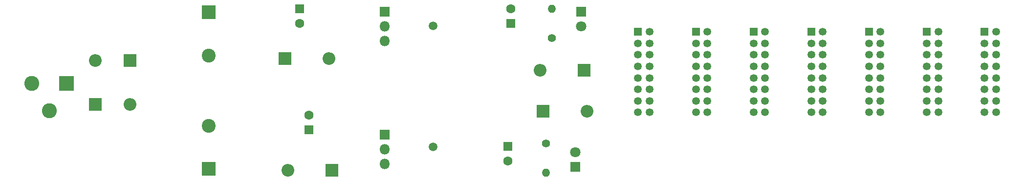
<source format=gbr>
G04 #@! TF.FileFunction,Copper,L1,Top,Signal*
%FSLAX46Y46*%
G04 Gerber Fmt 4.6, Leading zero omitted, Abs format (unit mm)*
G04 Created by KiCad (PCBNEW 4.0.7-e2-6376~61~ubuntu18.04.1) date Mon Jul 23 21:43:28 2018*
%MOMM*%
%LPD*%
G01*
G04 APERTURE LIST*
%ADD10C,0.100000*%
%ADD11C,1.500000*%
%ADD12R,2.400000X2.400000*%
%ADD13C,2.400000*%
%ADD14R,1.600000X1.600000*%
%ADD15C,1.600000*%
%ADD16R,2.200000X2.200000*%
%ADD17O,2.200000X2.200000*%
%ADD18R,2.600000X2.600000*%
%ADD19C,2.600000*%
%ADD20R,1.350000X1.350000*%
%ADD21C,1.350000*%
%ADD22R,1.800000X1.800000*%
%ADD23C,1.800000*%
%ADD24C,1.400000*%
%ADD25O,1.400000X1.400000*%
%ADD26O,1.800000X1.800000*%
G04 APERTURE END LIST*
D10*
D11*
X108500000Y-90000000D03*
D12*
X69628000Y-66636000D03*
D13*
X69628000Y-74136000D03*
D12*
X69628000Y-93828000D03*
D13*
X69628000Y-86328000D03*
D14*
X85376000Y-66048000D03*
D15*
X85376000Y-68548000D03*
D14*
X87000000Y-87000000D03*
D15*
X87000000Y-84500000D03*
D14*
X121952000Y-68548000D03*
D15*
X121952000Y-66048000D03*
D14*
X121444000Y-89924000D03*
D15*
X121444000Y-92424000D03*
D16*
X50000000Y-82620000D03*
D17*
X50000000Y-75000000D03*
D16*
X56000000Y-75000000D03*
D17*
X56000000Y-82620000D03*
D16*
X82836000Y-74644000D03*
D17*
X90456000Y-74644000D03*
D16*
X91000000Y-94000000D03*
D17*
X83380000Y-94000000D03*
D16*
X134652000Y-76676000D03*
D17*
X127032000Y-76676000D03*
D16*
X127540000Y-83788000D03*
D17*
X135160000Y-83788000D03*
D18*
X45000000Y-79000000D03*
D19*
X39000000Y-79000000D03*
X42000000Y-83700000D03*
D20*
X144000000Y-70000000D03*
D21*
X146000000Y-70000000D03*
X144000000Y-72000000D03*
X146000000Y-72000000D03*
X144000000Y-74000000D03*
X146000000Y-74000000D03*
X144000000Y-76000000D03*
X146000000Y-76000000D03*
X144000000Y-78000000D03*
X146000000Y-78000000D03*
X144000000Y-80000000D03*
X146000000Y-80000000D03*
X144000000Y-82000000D03*
X146000000Y-82000000D03*
X144000000Y-84000000D03*
X146000000Y-84000000D03*
D20*
X154000000Y-70000000D03*
D21*
X156000000Y-70000000D03*
X154000000Y-72000000D03*
X156000000Y-72000000D03*
X154000000Y-74000000D03*
X156000000Y-74000000D03*
X154000000Y-76000000D03*
X156000000Y-76000000D03*
X154000000Y-78000000D03*
X156000000Y-78000000D03*
X154000000Y-80000000D03*
X156000000Y-80000000D03*
X154000000Y-82000000D03*
X156000000Y-82000000D03*
X154000000Y-84000000D03*
X156000000Y-84000000D03*
D20*
X164000000Y-70000000D03*
D21*
X166000000Y-70000000D03*
X164000000Y-72000000D03*
X166000000Y-72000000D03*
X164000000Y-74000000D03*
X166000000Y-74000000D03*
X164000000Y-76000000D03*
X166000000Y-76000000D03*
X164000000Y-78000000D03*
X166000000Y-78000000D03*
X164000000Y-80000000D03*
X166000000Y-80000000D03*
X164000000Y-82000000D03*
X166000000Y-82000000D03*
X164000000Y-84000000D03*
X166000000Y-84000000D03*
D20*
X174000000Y-70000000D03*
D21*
X176000000Y-70000000D03*
X174000000Y-72000000D03*
X176000000Y-72000000D03*
X174000000Y-74000000D03*
X176000000Y-74000000D03*
X174000000Y-76000000D03*
X176000000Y-76000000D03*
X174000000Y-78000000D03*
X176000000Y-78000000D03*
X174000000Y-80000000D03*
X176000000Y-80000000D03*
X174000000Y-82000000D03*
X176000000Y-82000000D03*
X174000000Y-84000000D03*
X176000000Y-84000000D03*
D20*
X184000000Y-70000000D03*
D21*
X186000000Y-70000000D03*
X184000000Y-72000000D03*
X186000000Y-72000000D03*
X184000000Y-74000000D03*
X186000000Y-74000000D03*
X184000000Y-76000000D03*
X186000000Y-76000000D03*
X184000000Y-78000000D03*
X186000000Y-78000000D03*
X184000000Y-80000000D03*
X186000000Y-80000000D03*
X184000000Y-82000000D03*
X186000000Y-82000000D03*
X184000000Y-84000000D03*
X186000000Y-84000000D03*
D20*
X194000000Y-70000000D03*
D21*
X196000000Y-70000000D03*
X194000000Y-72000000D03*
X196000000Y-72000000D03*
X194000000Y-74000000D03*
X196000000Y-74000000D03*
X194000000Y-76000000D03*
X196000000Y-76000000D03*
X194000000Y-78000000D03*
X196000000Y-78000000D03*
X194000000Y-80000000D03*
X196000000Y-80000000D03*
X194000000Y-82000000D03*
X196000000Y-82000000D03*
X194000000Y-84000000D03*
X196000000Y-84000000D03*
D20*
X204000000Y-70000000D03*
D21*
X206000000Y-70000000D03*
X204000000Y-72000000D03*
X206000000Y-72000000D03*
X204000000Y-74000000D03*
X206000000Y-74000000D03*
X204000000Y-76000000D03*
X206000000Y-76000000D03*
X204000000Y-78000000D03*
X206000000Y-78000000D03*
X204000000Y-80000000D03*
X206000000Y-80000000D03*
X204000000Y-82000000D03*
X206000000Y-82000000D03*
X204000000Y-84000000D03*
X206000000Y-84000000D03*
D22*
X133128000Y-93440000D03*
D23*
X133128000Y-90900000D03*
D22*
X134144000Y-66516000D03*
D23*
X134144000Y-69056000D03*
D24*
X129064000Y-71088000D03*
D25*
X129064000Y-66008000D03*
D24*
X128048000Y-89376000D03*
D25*
X128048000Y-94456000D03*
D22*
X100108000Y-66516000D03*
D26*
X100108000Y-69056000D03*
X100108000Y-71596000D03*
D22*
X100108000Y-87852000D03*
D26*
X100108000Y-90392000D03*
X100108000Y-92932000D03*
D11*
X108500000Y-69000000D03*
M02*

</source>
